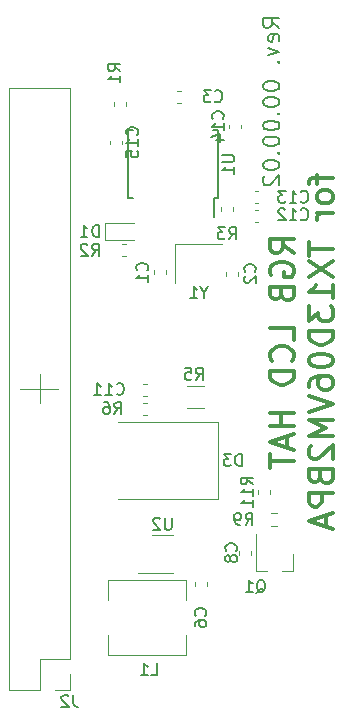
<source format=gbo>
G04 #@! TF.GenerationSoftware,KiCad,Pcbnew,(5.1.9)-1*
G04 #@! TF.CreationDate,2021-04-21T16:43:07+02:00*
G04 #@! TF.ProjectId,rgb_lcd_pihat,7267625f-6c63-4645-9f70-696861742e6b,rev?*
G04 #@! TF.SameCoordinates,Original*
G04 #@! TF.FileFunction,Legend,Bot*
G04 #@! TF.FilePolarity,Positive*
%FSLAX46Y46*%
G04 Gerber Fmt 4.6, Leading zero omitted, Abs format (unit mm)*
G04 Created by KiCad (PCBNEW (5.1.9)-1) date 2021-04-21 16:43:07*
%MOMM*%
%LPD*%
G01*
G04 APERTURE LIST*
%ADD10C,0.200000*%
%ADD11C,0.300000*%
%ADD12C,0.120000*%
%ADD13C,0.150000*%
G04 APERTURE END LIST*
D10*
X64033333Y-36966666D02*
X63366666Y-36500000D01*
X64033333Y-36166666D02*
X62633333Y-36166666D01*
X62633333Y-36700000D01*
X62700000Y-36833333D01*
X62766666Y-36900000D01*
X62900000Y-36966666D01*
X63100000Y-36966666D01*
X63233333Y-36900000D01*
X63300000Y-36833333D01*
X63366666Y-36700000D01*
X63366666Y-36166666D01*
X63966666Y-38100000D02*
X64033333Y-37966666D01*
X64033333Y-37700000D01*
X63966666Y-37566666D01*
X63833333Y-37500000D01*
X63300000Y-37500000D01*
X63166666Y-37566666D01*
X63100000Y-37700000D01*
X63100000Y-37966666D01*
X63166666Y-38100000D01*
X63300000Y-38166666D01*
X63433333Y-38166666D01*
X63566666Y-37500000D01*
X63100000Y-38633333D02*
X64033333Y-38966666D01*
X63100000Y-39300000D01*
X63900000Y-39833333D02*
X63966666Y-39900000D01*
X64033333Y-39833333D01*
X63966666Y-39766666D01*
X63900000Y-39833333D01*
X64033333Y-39833333D01*
X62633333Y-41833333D02*
X62633333Y-41966666D01*
X62700000Y-42099999D01*
X62766666Y-42166666D01*
X62900000Y-42233333D01*
X63166666Y-42299999D01*
X63500000Y-42299999D01*
X63766666Y-42233333D01*
X63900000Y-42166666D01*
X63966666Y-42099999D01*
X64033333Y-41966666D01*
X64033333Y-41833333D01*
X63966666Y-41699999D01*
X63900000Y-41633333D01*
X63766666Y-41566666D01*
X63500000Y-41499999D01*
X63166666Y-41499999D01*
X62900000Y-41566666D01*
X62766666Y-41633333D01*
X62700000Y-41699999D01*
X62633333Y-41833333D01*
X62633333Y-43166666D02*
X62633333Y-43299999D01*
X62700000Y-43433333D01*
X62766666Y-43499999D01*
X62900000Y-43566666D01*
X63166666Y-43633333D01*
X63500000Y-43633333D01*
X63766666Y-43566666D01*
X63900000Y-43499999D01*
X63966666Y-43433333D01*
X64033333Y-43299999D01*
X64033333Y-43166666D01*
X63966666Y-43033333D01*
X63900000Y-42966666D01*
X63766666Y-42899999D01*
X63500000Y-42833333D01*
X63166666Y-42833333D01*
X62900000Y-42899999D01*
X62766666Y-42966666D01*
X62700000Y-43033333D01*
X62633333Y-43166666D01*
X63900000Y-44233333D02*
X63966666Y-44299999D01*
X64033333Y-44233333D01*
X63966666Y-44166666D01*
X63900000Y-44233333D01*
X64033333Y-44233333D01*
X62633333Y-45166666D02*
X62633333Y-45299999D01*
X62700000Y-45433333D01*
X62766666Y-45499999D01*
X62900000Y-45566666D01*
X63166666Y-45633333D01*
X63500000Y-45633333D01*
X63766666Y-45566666D01*
X63900000Y-45499999D01*
X63966666Y-45433333D01*
X64033333Y-45299999D01*
X64033333Y-45166666D01*
X63966666Y-45033333D01*
X63900000Y-44966666D01*
X63766666Y-44899999D01*
X63500000Y-44833333D01*
X63166666Y-44833333D01*
X62900000Y-44899999D01*
X62766666Y-44966666D01*
X62700000Y-45033333D01*
X62633333Y-45166666D01*
X62633333Y-46499999D02*
X62633333Y-46633333D01*
X62700000Y-46766666D01*
X62766666Y-46833333D01*
X62900000Y-46899999D01*
X63166666Y-46966666D01*
X63500000Y-46966666D01*
X63766666Y-46899999D01*
X63900000Y-46833333D01*
X63966666Y-46766666D01*
X64033333Y-46633333D01*
X64033333Y-46499999D01*
X63966666Y-46366666D01*
X63900000Y-46299999D01*
X63766666Y-46233333D01*
X63500000Y-46166666D01*
X63166666Y-46166666D01*
X62900000Y-46233333D01*
X62766666Y-46299999D01*
X62700000Y-46366666D01*
X62633333Y-46499999D01*
X63900000Y-47566666D02*
X63966666Y-47633333D01*
X64033333Y-47566666D01*
X63966666Y-47499999D01*
X63900000Y-47566666D01*
X64033333Y-47566666D01*
X62633333Y-48499999D02*
X62633333Y-48633333D01*
X62700000Y-48766666D01*
X62766666Y-48833333D01*
X62900000Y-48899999D01*
X63166666Y-48966666D01*
X63500000Y-48966666D01*
X63766666Y-48899999D01*
X63900000Y-48833333D01*
X63966666Y-48766666D01*
X64033333Y-48633333D01*
X64033333Y-48499999D01*
X63966666Y-48366666D01*
X63900000Y-48299999D01*
X63766666Y-48233333D01*
X63500000Y-48166666D01*
X63166666Y-48166666D01*
X62900000Y-48233333D01*
X62766666Y-48299999D01*
X62700000Y-48366666D01*
X62633333Y-48499999D01*
X62766666Y-49499999D02*
X62700000Y-49566666D01*
X62633333Y-49699999D01*
X62633333Y-50033333D01*
X62700000Y-50166666D01*
X62766666Y-50233333D01*
X62900000Y-50299999D01*
X63033333Y-50299999D01*
X63233333Y-50233333D01*
X64033333Y-49433333D01*
X64033333Y-50299999D01*
D11*
X65254761Y-56019047D02*
X64302380Y-55352380D01*
X65254761Y-54876190D02*
X63254761Y-54876190D01*
X63254761Y-55638095D01*
X63350000Y-55828571D01*
X63445238Y-55923809D01*
X63635714Y-56019047D01*
X63921428Y-56019047D01*
X64111904Y-55923809D01*
X64207142Y-55828571D01*
X64302380Y-55638095D01*
X64302380Y-54876190D01*
X63350000Y-57923809D02*
X63254761Y-57733333D01*
X63254761Y-57447619D01*
X63350000Y-57161904D01*
X63540476Y-56971428D01*
X63730952Y-56876190D01*
X64111904Y-56780952D01*
X64397619Y-56780952D01*
X64778571Y-56876190D01*
X64969047Y-56971428D01*
X65159523Y-57161904D01*
X65254761Y-57447619D01*
X65254761Y-57638095D01*
X65159523Y-57923809D01*
X65064285Y-58019047D01*
X64397619Y-58019047D01*
X64397619Y-57638095D01*
X64207142Y-59542857D02*
X64302380Y-59828571D01*
X64397619Y-59923809D01*
X64588095Y-60019047D01*
X64873809Y-60019047D01*
X65064285Y-59923809D01*
X65159523Y-59828571D01*
X65254761Y-59638095D01*
X65254761Y-58876190D01*
X63254761Y-58876190D01*
X63254761Y-59542857D01*
X63350000Y-59733333D01*
X63445238Y-59828571D01*
X63635714Y-59923809D01*
X63826190Y-59923809D01*
X64016666Y-59828571D01*
X64111904Y-59733333D01*
X64207142Y-59542857D01*
X64207142Y-58876190D01*
X65254761Y-63352380D02*
X65254761Y-62400000D01*
X63254761Y-62400000D01*
X65064285Y-65161904D02*
X65159523Y-65066666D01*
X65254761Y-64780952D01*
X65254761Y-64590476D01*
X65159523Y-64304761D01*
X64969047Y-64114285D01*
X64778571Y-64019047D01*
X64397619Y-63923809D01*
X64111904Y-63923809D01*
X63730952Y-64019047D01*
X63540476Y-64114285D01*
X63350000Y-64304761D01*
X63254761Y-64590476D01*
X63254761Y-64780952D01*
X63350000Y-65066666D01*
X63445238Y-65161904D01*
X65254761Y-66019047D02*
X63254761Y-66019047D01*
X63254761Y-66495238D01*
X63350000Y-66780952D01*
X63540476Y-66971428D01*
X63730952Y-67066666D01*
X64111904Y-67161904D01*
X64397619Y-67161904D01*
X64778571Y-67066666D01*
X64969047Y-66971428D01*
X65159523Y-66780952D01*
X65254761Y-66495238D01*
X65254761Y-66019047D01*
X65254761Y-69542857D02*
X63254761Y-69542857D01*
X64207142Y-69542857D02*
X64207142Y-70685714D01*
X65254761Y-70685714D02*
X63254761Y-70685714D01*
X64683333Y-71542857D02*
X64683333Y-72495238D01*
X65254761Y-71352380D02*
X63254761Y-72019047D01*
X65254761Y-72685714D01*
X63254761Y-73066666D02*
X63254761Y-74209523D01*
X65254761Y-73638095D02*
X63254761Y-73638095D01*
X67221428Y-49400000D02*
X67221428Y-50161904D01*
X68554761Y-49685714D02*
X66840476Y-49685714D01*
X66650000Y-49780952D01*
X66554761Y-49971428D01*
X66554761Y-50161904D01*
X68554761Y-51114285D02*
X68459523Y-50923809D01*
X68364285Y-50828571D01*
X68173809Y-50733333D01*
X67602380Y-50733333D01*
X67411904Y-50828571D01*
X67316666Y-50923809D01*
X67221428Y-51114285D01*
X67221428Y-51400000D01*
X67316666Y-51590476D01*
X67411904Y-51685714D01*
X67602380Y-51780952D01*
X68173809Y-51780952D01*
X68364285Y-51685714D01*
X68459523Y-51590476D01*
X68554761Y-51400000D01*
X68554761Y-51114285D01*
X68554761Y-52638095D02*
X67221428Y-52638095D01*
X67602380Y-52638095D02*
X67411904Y-52733333D01*
X67316666Y-52828571D01*
X67221428Y-53019047D01*
X67221428Y-53209523D01*
X66554761Y-55114285D02*
X66554761Y-56257142D01*
X68554761Y-55685714D02*
X66554761Y-55685714D01*
X66554761Y-56733333D02*
X68554761Y-58066666D01*
X66554761Y-58066666D02*
X68554761Y-56733333D01*
X68554761Y-59876190D02*
X68554761Y-58733333D01*
X68554761Y-59304761D02*
X66554761Y-59304761D01*
X66840476Y-59114285D01*
X67030952Y-58923809D01*
X67126190Y-58733333D01*
X66554761Y-60542857D02*
X66554761Y-61780952D01*
X67316666Y-61114285D01*
X67316666Y-61400000D01*
X67411904Y-61590476D01*
X67507142Y-61685714D01*
X67697619Y-61780952D01*
X68173809Y-61780952D01*
X68364285Y-61685714D01*
X68459523Y-61590476D01*
X68554761Y-61400000D01*
X68554761Y-60828571D01*
X68459523Y-60638095D01*
X68364285Y-60542857D01*
X68554761Y-62638095D02*
X66554761Y-62638095D01*
X66554761Y-63114285D01*
X66650000Y-63400000D01*
X66840476Y-63590476D01*
X67030952Y-63685714D01*
X67411904Y-63780952D01*
X67697619Y-63780952D01*
X68078571Y-63685714D01*
X68269047Y-63590476D01*
X68459523Y-63400000D01*
X68554761Y-63114285D01*
X68554761Y-62638095D01*
X66554761Y-65019047D02*
X66554761Y-65209523D01*
X66650000Y-65399999D01*
X66745238Y-65495238D01*
X66935714Y-65590476D01*
X67316666Y-65685714D01*
X67792857Y-65685714D01*
X68173809Y-65590476D01*
X68364285Y-65495238D01*
X68459523Y-65399999D01*
X68554761Y-65209523D01*
X68554761Y-65019047D01*
X68459523Y-64828571D01*
X68364285Y-64733333D01*
X68173809Y-64638095D01*
X67792857Y-64542857D01*
X67316666Y-64542857D01*
X66935714Y-64638095D01*
X66745238Y-64733333D01*
X66650000Y-64828571D01*
X66554761Y-65019047D01*
X66554761Y-67400000D02*
X66554761Y-67019047D01*
X66650000Y-66828571D01*
X66745238Y-66733333D01*
X67030952Y-66542857D01*
X67411904Y-66447619D01*
X68173809Y-66447619D01*
X68364285Y-66542857D01*
X68459523Y-66638095D01*
X68554761Y-66828571D01*
X68554761Y-67209523D01*
X68459523Y-67400000D01*
X68364285Y-67495238D01*
X68173809Y-67590476D01*
X67697619Y-67590476D01*
X67507142Y-67495238D01*
X67411904Y-67400000D01*
X67316666Y-67209523D01*
X67316666Y-66828571D01*
X67411904Y-66638095D01*
X67507142Y-66542857D01*
X67697619Y-66447619D01*
X66554761Y-68161904D02*
X68554761Y-68828571D01*
X66554761Y-69495238D01*
X68554761Y-70161904D02*
X66554761Y-70161904D01*
X67983333Y-70828571D01*
X66554761Y-71495238D01*
X68554761Y-71495238D01*
X66745238Y-72352380D02*
X66650000Y-72447619D01*
X66554761Y-72638095D01*
X66554761Y-73114285D01*
X66650000Y-73304761D01*
X66745238Y-73400000D01*
X66935714Y-73495238D01*
X67126190Y-73495238D01*
X67411904Y-73400000D01*
X68554761Y-72257142D01*
X68554761Y-73495238D01*
X67507142Y-75019047D02*
X67602380Y-75304761D01*
X67697619Y-75400000D01*
X67888095Y-75495238D01*
X68173809Y-75495238D01*
X68364285Y-75400000D01*
X68459523Y-75304761D01*
X68554761Y-75114285D01*
X68554761Y-74352380D01*
X66554761Y-74352380D01*
X66554761Y-75019047D01*
X66650000Y-75209523D01*
X66745238Y-75304761D01*
X66935714Y-75400000D01*
X67126190Y-75400000D01*
X67316666Y-75304761D01*
X67411904Y-75209523D01*
X67507142Y-75019047D01*
X67507142Y-74352380D01*
X68554761Y-76352380D02*
X66554761Y-76352380D01*
X66554761Y-77114285D01*
X66650000Y-77304761D01*
X66745238Y-77400000D01*
X66935714Y-77495238D01*
X67221428Y-77495238D01*
X67411904Y-77400000D01*
X67507142Y-77304761D01*
X67602380Y-77114285D01*
X67602380Y-76352380D01*
X67983333Y-78257142D02*
X67983333Y-79209523D01*
X68554761Y-78066666D02*
X66554761Y-78733333D01*
X68554761Y-79400000D01*
D12*
X56222936Y-69110000D02*
X57677064Y-69110000D01*
X56222936Y-67290000D02*
X57677064Y-67290000D01*
X62240000Y-76078733D02*
X62240000Y-76421267D01*
X63260000Y-76078733D02*
X63260000Y-76421267D01*
X63345276Y-78077500D02*
X63854724Y-78077500D01*
X63345276Y-79122500D02*
X63854724Y-79122500D01*
X65180000Y-82960000D02*
X65180000Y-81500000D01*
X62020000Y-82960000D02*
X62020000Y-79800000D01*
X62020000Y-82960000D02*
X62950000Y-82960000D01*
X65180000Y-82960000D02*
X64250000Y-82960000D01*
X49990000Y-43546267D02*
X49990000Y-43203733D01*
X51010000Y-43546267D02*
X51010000Y-43203733D01*
X55200000Y-55300000D02*
X59200000Y-55300000D01*
X55200000Y-58600000D02*
X55200000Y-55300000D01*
X41130000Y-92990000D02*
X43730000Y-92990000D01*
X41130000Y-92990000D02*
X41130000Y-42070000D01*
X41130000Y-42070000D02*
X46330000Y-42070000D01*
X46330000Y-90390000D02*
X46330000Y-42070000D01*
X43730000Y-90390000D02*
X46330000Y-90390000D01*
X43730000Y-92990000D02*
X43730000Y-90390000D01*
X46330000Y-92990000D02*
X46330000Y-91660000D01*
X45000000Y-92990000D02*
X46330000Y-92990000D01*
X42100000Y-67510000D02*
X45300000Y-67510000D01*
X43750000Y-68760000D02*
X43750000Y-66260000D01*
X52846267Y-68110000D02*
X52503733Y-68110000D01*
X52846267Y-67090000D02*
X52503733Y-67090000D01*
X54410000Y-57503733D02*
X54410000Y-57846267D01*
X53390000Y-57503733D02*
X53390000Y-57846267D01*
X60510000Y-57603733D02*
X60510000Y-57946267D01*
X59490000Y-57603733D02*
X59490000Y-57946267D01*
X55353733Y-43310000D02*
X55696267Y-43310000D01*
X55353733Y-42290000D02*
X55696267Y-42290000D01*
X56890000Y-83853733D02*
X56890000Y-84196267D01*
X57910000Y-83853733D02*
X57910000Y-84196267D01*
X61610000Y-81253733D02*
X61610000Y-81596267D01*
X60590000Y-81253733D02*
X60590000Y-81596267D01*
X49265000Y-53465000D02*
X51725000Y-53465000D01*
X49265000Y-54935000D02*
X49265000Y-53465000D01*
X51725000Y-54935000D02*
X49265000Y-54935000D01*
X49550000Y-88400000D02*
X49550000Y-90100000D01*
X49550000Y-90100000D02*
X56150000Y-90100000D01*
X56150000Y-90100000D02*
X56150000Y-88400000D01*
X56150000Y-85400000D02*
X56150000Y-83700000D01*
X56150000Y-83700000D02*
X49550000Y-83700000D01*
X49550000Y-83700000D02*
X49550000Y-85400000D01*
X51046267Y-56310000D02*
X50703733Y-56310000D01*
X51046267Y-55290000D02*
X50703733Y-55290000D01*
X59090000Y-52496267D02*
X59090000Y-52153733D01*
X60110000Y-52496267D02*
X60110000Y-52153733D01*
X52846267Y-69710000D02*
X52503733Y-69710000D01*
X52846267Y-68690000D02*
X52503733Y-68690000D01*
D13*
X58825000Y-51375000D02*
X58475000Y-51375000D01*
X58825000Y-45625000D02*
X58375000Y-45625000D01*
X51175000Y-45625000D02*
X51625000Y-45625000D01*
X51175000Y-51375000D02*
X51625000Y-51375000D01*
X58825000Y-51375000D02*
X58825000Y-45625000D01*
X51175000Y-51375000D02*
X51175000Y-45625000D01*
X58475000Y-51375000D02*
X58475000Y-52975000D01*
D12*
X53250000Y-79940000D02*
X55050000Y-79940000D01*
X55050000Y-83160000D02*
X52100000Y-83160000D01*
X58800000Y-76850000D02*
X58800000Y-70350000D01*
X58800000Y-76850000D02*
X50400000Y-76850000D01*
X58800000Y-70350000D02*
X50400000Y-70350000D01*
X62246267Y-52390000D02*
X61953733Y-52390000D01*
X62246267Y-53410000D02*
X61953733Y-53410000D01*
X62246267Y-51810000D02*
X61953733Y-51810000D01*
X62246267Y-50790000D02*
X61953733Y-50790000D01*
X60810000Y-45153733D02*
X60810000Y-45446267D01*
X59790000Y-45153733D02*
X59790000Y-45446267D01*
X50710000Y-46808767D02*
X50710000Y-46516233D01*
X49690000Y-46808767D02*
X49690000Y-46516233D01*
D13*
X56966666Y-66752380D02*
X57300000Y-66276190D01*
X57538095Y-66752380D02*
X57538095Y-65752380D01*
X57157142Y-65752380D01*
X57061904Y-65800000D01*
X57014285Y-65847619D01*
X56966666Y-65942857D01*
X56966666Y-66085714D01*
X57014285Y-66180952D01*
X57061904Y-66228571D01*
X57157142Y-66276190D01*
X57538095Y-66276190D01*
X56061904Y-65752380D02*
X56538095Y-65752380D01*
X56585714Y-66228571D01*
X56538095Y-66180952D01*
X56442857Y-66133333D01*
X56204761Y-66133333D01*
X56109523Y-66180952D01*
X56061904Y-66228571D01*
X56014285Y-66323809D01*
X56014285Y-66561904D01*
X56061904Y-66657142D01*
X56109523Y-66704761D01*
X56204761Y-66752380D01*
X56442857Y-66752380D01*
X56538095Y-66704761D01*
X56585714Y-66657142D01*
X61772380Y-75607142D02*
X61296190Y-75273809D01*
X61772380Y-75035714D02*
X60772380Y-75035714D01*
X60772380Y-75416666D01*
X60820000Y-75511904D01*
X60867619Y-75559523D01*
X60962857Y-75607142D01*
X61105714Y-75607142D01*
X61200952Y-75559523D01*
X61248571Y-75511904D01*
X61296190Y-75416666D01*
X61296190Y-75035714D01*
X61772380Y-76559523D02*
X61772380Y-75988095D01*
X61772380Y-76273809D02*
X60772380Y-76273809D01*
X60915238Y-76178571D01*
X61010476Y-76083333D01*
X61058095Y-75988095D01*
X61772380Y-77511904D02*
X61772380Y-76940476D01*
X61772380Y-77226190D02*
X60772380Y-77226190D01*
X60915238Y-77130952D01*
X61010476Y-77035714D01*
X61058095Y-76940476D01*
X61166666Y-79052380D02*
X61500000Y-78576190D01*
X61738095Y-79052380D02*
X61738095Y-78052380D01*
X61357142Y-78052380D01*
X61261904Y-78100000D01*
X61214285Y-78147619D01*
X61166666Y-78242857D01*
X61166666Y-78385714D01*
X61214285Y-78480952D01*
X61261904Y-78528571D01*
X61357142Y-78576190D01*
X61738095Y-78576190D01*
X60690476Y-79052380D02*
X60500000Y-79052380D01*
X60404761Y-79004761D01*
X60357142Y-78957142D01*
X60261904Y-78814285D01*
X60214285Y-78623809D01*
X60214285Y-78242857D01*
X60261904Y-78147619D01*
X60309523Y-78100000D01*
X60404761Y-78052380D01*
X60595238Y-78052380D01*
X60690476Y-78100000D01*
X60738095Y-78147619D01*
X60785714Y-78242857D01*
X60785714Y-78480952D01*
X60738095Y-78576190D01*
X60690476Y-78623809D01*
X60595238Y-78671428D01*
X60404761Y-78671428D01*
X60309523Y-78623809D01*
X60261904Y-78576190D01*
X60214285Y-78480952D01*
X62095238Y-84797619D02*
X62190476Y-84750000D01*
X62285714Y-84654761D01*
X62428571Y-84511904D01*
X62523809Y-84464285D01*
X62619047Y-84464285D01*
X62571428Y-84702380D02*
X62666666Y-84654761D01*
X62761904Y-84559523D01*
X62809523Y-84369047D01*
X62809523Y-84035714D01*
X62761904Y-83845238D01*
X62666666Y-83750000D01*
X62571428Y-83702380D01*
X62380952Y-83702380D01*
X62285714Y-83750000D01*
X62190476Y-83845238D01*
X62142857Y-84035714D01*
X62142857Y-84369047D01*
X62190476Y-84559523D01*
X62285714Y-84654761D01*
X62380952Y-84702380D01*
X62571428Y-84702380D01*
X61190476Y-84702380D02*
X61761904Y-84702380D01*
X61476190Y-84702380D02*
X61476190Y-83702380D01*
X61571428Y-83845238D01*
X61666666Y-83940476D01*
X61761904Y-83988095D01*
X50552380Y-40633333D02*
X50076190Y-40300000D01*
X50552380Y-40061904D02*
X49552380Y-40061904D01*
X49552380Y-40442857D01*
X49600000Y-40538095D01*
X49647619Y-40585714D01*
X49742857Y-40633333D01*
X49885714Y-40633333D01*
X49980952Y-40585714D01*
X50028571Y-40538095D01*
X50076190Y-40442857D01*
X50076190Y-40061904D01*
X50552380Y-41585714D02*
X50552380Y-41014285D01*
X50552380Y-41300000D02*
X49552380Y-41300000D01*
X49695238Y-41204761D01*
X49790476Y-41109523D01*
X49838095Y-41014285D01*
X57676190Y-59376190D02*
X57676190Y-59852380D01*
X58009523Y-58852380D02*
X57676190Y-59376190D01*
X57342857Y-58852380D01*
X56485714Y-59852380D02*
X57057142Y-59852380D01*
X56771428Y-59852380D02*
X56771428Y-58852380D01*
X56866666Y-58995238D01*
X56961904Y-59090476D01*
X57057142Y-59138095D01*
X46583333Y-93452380D02*
X46583333Y-94166666D01*
X46630952Y-94309523D01*
X46726190Y-94404761D01*
X46869047Y-94452380D01*
X46964285Y-94452380D01*
X46154761Y-93547619D02*
X46107142Y-93500000D01*
X46011904Y-93452380D01*
X45773809Y-93452380D01*
X45678571Y-93500000D01*
X45630952Y-93547619D01*
X45583333Y-93642857D01*
X45583333Y-93738095D01*
X45630952Y-93880952D01*
X46202380Y-94452380D01*
X45583333Y-94452380D01*
X50242857Y-67957142D02*
X50290476Y-68004761D01*
X50433333Y-68052380D01*
X50528571Y-68052380D01*
X50671428Y-68004761D01*
X50766666Y-67909523D01*
X50814285Y-67814285D01*
X50861904Y-67623809D01*
X50861904Y-67480952D01*
X50814285Y-67290476D01*
X50766666Y-67195238D01*
X50671428Y-67100000D01*
X50528571Y-67052380D01*
X50433333Y-67052380D01*
X50290476Y-67100000D01*
X50242857Y-67147619D01*
X49290476Y-68052380D02*
X49861904Y-68052380D01*
X49576190Y-68052380D02*
X49576190Y-67052380D01*
X49671428Y-67195238D01*
X49766666Y-67290476D01*
X49861904Y-67338095D01*
X48338095Y-68052380D02*
X48909523Y-68052380D01*
X48623809Y-68052380D02*
X48623809Y-67052380D01*
X48719047Y-67195238D01*
X48814285Y-67290476D01*
X48909523Y-67338095D01*
X52827142Y-57508333D02*
X52874761Y-57460714D01*
X52922380Y-57317857D01*
X52922380Y-57222619D01*
X52874761Y-57079761D01*
X52779523Y-56984523D01*
X52684285Y-56936904D01*
X52493809Y-56889285D01*
X52350952Y-56889285D01*
X52160476Y-56936904D01*
X52065238Y-56984523D01*
X51970000Y-57079761D01*
X51922380Y-57222619D01*
X51922380Y-57317857D01*
X51970000Y-57460714D01*
X52017619Y-57508333D01*
X52922380Y-58460714D02*
X52922380Y-57889285D01*
X52922380Y-58175000D02*
X51922380Y-58175000D01*
X52065238Y-58079761D01*
X52160476Y-57984523D01*
X52208095Y-57889285D01*
X61957142Y-57608333D02*
X62004761Y-57560714D01*
X62052380Y-57417857D01*
X62052380Y-57322619D01*
X62004761Y-57179761D01*
X61909523Y-57084523D01*
X61814285Y-57036904D01*
X61623809Y-56989285D01*
X61480952Y-56989285D01*
X61290476Y-57036904D01*
X61195238Y-57084523D01*
X61100000Y-57179761D01*
X61052380Y-57322619D01*
X61052380Y-57417857D01*
X61100000Y-57560714D01*
X61147619Y-57608333D01*
X61147619Y-57989285D02*
X61100000Y-58036904D01*
X61052380Y-58132142D01*
X61052380Y-58370238D01*
X61100000Y-58465476D01*
X61147619Y-58513095D01*
X61242857Y-58560714D01*
X61338095Y-58560714D01*
X61480952Y-58513095D01*
X62052380Y-57941666D01*
X62052380Y-58560714D01*
X58566666Y-43157142D02*
X58614285Y-43204761D01*
X58757142Y-43252380D01*
X58852380Y-43252380D01*
X58995238Y-43204761D01*
X59090476Y-43109523D01*
X59138095Y-43014285D01*
X59185714Y-42823809D01*
X59185714Y-42680952D01*
X59138095Y-42490476D01*
X59090476Y-42395238D01*
X58995238Y-42300000D01*
X58852380Y-42252380D01*
X58757142Y-42252380D01*
X58614285Y-42300000D01*
X58566666Y-42347619D01*
X58233333Y-42252380D02*
X57614285Y-42252380D01*
X57947619Y-42633333D01*
X57804761Y-42633333D01*
X57709523Y-42680952D01*
X57661904Y-42728571D01*
X57614285Y-42823809D01*
X57614285Y-43061904D01*
X57661904Y-43157142D01*
X57709523Y-43204761D01*
X57804761Y-43252380D01*
X58090476Y-43252380D01*
X58185714Y-43204761D01*
X58233333Y-43157142D01*
X57757142Y-86733333D02*
X57804761Y-86685714D01*
X57852380Y-86542857D01*
X57852380Y-86447619D01*
X57804761Y-86304761D01*
X57709523Y-86209523D01*
X57614285Y-86161904D01*
X57423809Y-86114285D01*
X57280952Y-86114285D01*
X57090476Y-86161904D01*
X56995238Y-86209523D01*
X56900000Y-86304761D01*
X56852380Y-86447619D01*
X56852380Y-86542857D01*
X56900000Y-86685714D01*
X56947619Y-86733333D01*
X56852380Y-87590476D02*
X56852380Y-87400000D01*
X56900000Y-87304761D01*
X56947619Y-87257142D01*
X57090476Y-87161904D01*
X57280952Y-87114285D01*
X57661904Y-87114285D01*
X57757142Y-87161904D01*
X57804761Y-87209523D01*
X57852380Y-87304761D01*
X57852380Y-87495238D01*
X57804761Y-87590476D01*
X57757142Y-87638095D01*
X57661904Y-87685714D01*
X57423809Y-87685714D01*
X57328571Y-87638095D01*
X57280952Y-87590476D01*
X57233333Y-87495238D01*
X57233333Y-87304761D01*
X57280952Y-87209523D01*
X57328571Y-87161904D01*
X57423809Y-87114285D01*
X60357142Y-81233333D02*
X60404761Y-81185714D01*
X60452380Y-81042857D01*
X60452380Y-80947619D01*
X60404761Y-80804761D01*
X60309523Y-80709523D01*
X60214285Y-80661904D01*
X60023809Y-80614285D01*
X59880952Y-80614285D01*
X59690476Y-80661904D01*
X59595238Y-80709523D01*
X59500000Y-80804761D01*
X59452380Y-80947619D01*
X59452380Y-81042857D01*
X59500000Y-81185714D01*
X59547619Y-81233333D01*
X59880952Y-81804761D02*
X59833333Y-81709523D01*
X59785714Y-81661904D01*
X59690476Y-81614285D01*
X59642857Y-81614285D01*
X59547619Y-81661904D01*
X59500000Y-81709523D01*
X59452380Y-81804761D01*
X59452380Y-81995238D01*
X59500000Y-82090476D01*
X59547619Y-82138095D01*
X59642857Y-82185714D01*
X59690476Y-82185714D01*
X59785714Y-82138095D01*
X59833333Y-82090476D01*
X59880952Y-81995238D01*
X59880952Y-81804761D01*
X59928571Y-81709523D01*
X59976190Y-81661904D01*
X60071428Y-81614285D01*
X60261904Y-81614285D01*
X60357142Y-81661904D01*
X60404761Y-81709523D01*
X60452380Y-81804761D01*
X60452380Y-81995238D01*
X60404761Y-82090476D01*
X60357142Y-82138095D01*
X60261904Y-82185714D01*
X60071428Y-82185714D01*
X59976190Y-82138095D01*
X59928571Y-82090476D01*
X59880952Y-81995238D01*
X48738095Y-54652380D02*
X48738095Y-53652380D01*
X48500000Y-53652380D01*
X48357142Y-53700000D01*
X48261904Y-53795238D01*
X48214285Y-53890476D01*
X48166666Y-54080952D01*
X48166666Y-54223809D01*
X48214285Y-54414285D01*
X48261904Y-54509523D01*
X48357142Y-54604761D01*
X48500000Y-54652380D01*
X48738095Y-54652380D01*
X47214285Y-54652380D02*
X47785714Y-54652380D01*
X47500000Y-54652380D02*
X47500000Y-53652380D01*
X47595238Y-53795238D01*
X47690476Y-53890476D01*
X47785714Y-53938095D01*
X53166666Y-91752380D02*
X53642857Y-91752380D01*
X53642857Y-90752380D01*
X52309523Y-91752380D02*
X52880952Y-91752380D01*
X52595238Y-91752380D02*
X52595238Y-90752380D01*
X52690476Y-90895238D01*
X52785714Y-90990476D01*
X52880952Y-91038095D01*
X48166666Y-56252380D02*
X48500000Y-55776190D01*
X48738095Y-56252380D02*
X48738095Y-55252380D01*
X48357142Y-55252380D01*
X48261904Y-55300000D01*
X48214285Y-55347619D01*
X48166666Y-55442857D01*
X48166666Y-55585714D01*
X48214285Y-55680952D01*
X48261904Y-55728571D01*
X48357142Y-55776190D01*
X48738095Y-55776190D01*
X47785714Y-55347619D02*
X47738095Y-55300000D01*
X47642857Y-55252380D01*
X47404761Y-55252380D01*
X47309523Y-55300000D01*
X47261904Y-55347619D01*
X47214285Y-55442857D01*
X47214285Y-55538095D01*
X47261904Y-55680952D01*
X47833333Y-56252380D01*
X47214285Y-56252380D01*
X59766666Y-54852380D02*
X60100000Y-54376190D01*
X60338095Y-54852380D02*
X60338095Y-53852380D01*
X59957142Y-53852380D01*
X59861904Y-53900000D01*
X59814285Y-53947619D01*
X59766666Y-54042857D01*
X59766666Y-54185714D01*
X59814285Y-54280952D01*
X59861904Y-54328571D01*
X59957142Y-54376190D01*
X60338095Y-54376190D01*
X59433333Y-53852380D02*
X58814285Y-53852380D01*
X59147619Y-54233333D01*
X59004761Y-54233333D01*
X58909523Y-54280952D01*
X58861904Y-54328571D01*
X58814285Y-54423809D01*
X58814285Y-54661904D01*
X58861904Y-54757142D01*
X58909523Y-54804761D01*
X59004761Y-54852380D01*
X59290476Y-54852380D01*
X59385714Y-54804761D01*
X59433333Y-54757142D01*
X50066666Y-69652380D02*
X50400000Y-69176190D01*
X50638095Y-69652380D02*
X50638095Y-68652380D01*
X50257142Y-68652380D01*
X50161904Y-68700000D01*
X50114285Y-68747619D01*
X50066666Y-68842857D01*
X50066666Y-68985714D01*
X50114285Y-69080952D01*
X50161904Y-69128571D01*
X50257142Y-69176190D01*
X50638095Y-69176190D01*
X49209523Y-68652380D02*
X49400000Y-68652380D01*
X49495238Y-68700000D01*
X49542857Y-68747619D01*
X49638095Y-68890476D01*
X49685714Y-69080952D01*
X49685714Y-69461904D01*
X49638095Y-69557142D01*
X49590476Y-69604761D01*
X49495238Y-69652380D01*
X49304761Y-69652380D01*
X49209523Y-69604761D01*
X49161904Y-69557142D01*
X49114285Y-69461904D01*
X49114285Y-69223809D01*
X49161904Y-69128571D01*
X49209523Y-69080952D01*
X49304761Y-69033333D01*
X49495238Y-69033333D01*
X49590476Y-69080952D01*
X49638095Y-69128571D01*
X49685714Y-69223809D01*
X59202380Y-47738095D02*
X60011904Y-47738095D01*
X60107142Y-47785714D01*
X60154761Y-47833333D01*
X60202380Y-47928571D01*
X60202380Y-48119047D01*
X60154761Y-48214285D01*
X60107142Y-48261904D01*
X60011904Y-48309523D01*
X59202380Y-48309523D01*
X60202380Y-49309523D02*
X60202380Y-48738095D01*
X60202380Y-49023809D02*
X59202380Y-49023809D01*
X59345238Y-48928571D01*
X59440476Y-48833333D01*
X59488095Y-48738095D01*
X54911904Y-78452380D02*
X54911904Y-79261904D01*
X54864285Y-79357142D01*
X54816666Y-79404761D01*
X54721428Y-79452380D01*
X54530952Y-79452380D01*
X54435714Y-79404761D01*
X54388095Y-79357142D01*
X54340476Y-79261904D01*
X54340476Y-78452380D01*
X53911904Y-78547619D02*
X53864285Y-78500000D01*
X53769047Y-78452380D01*
X53530952Y-78452380D01*
X53435714Y-78500000D01*
X53388095Y-78547619D01*
X53340476Y-78642857D01*
X53340476Y-78738095D01*
X53388095Y-78880952D01*
X53959523Y-79452380D01*
X53340476Y-79452380D01*
X60838095Y-74052380D02*
X60838095Y-73052380D01*
X60600000Y-73052380D01*
X60457142Y-73100000D01*
X60361904Y-73195238D01*
X60314285Y-73290476D01*
X60266666Y-73480952D01*
X60266666Y-73623809D01*
X60314285Y-73814285D01*
X60361904Y-73909523D01*
X60457142Y-74004761D01*
X60600000Y-74052380D01*
X60838095Y-74052380D01*
X59933333Y-73052380D02*
X59314285Y-73052380D01*
X59647619Y-73433333D01*
X59504761Y-73433333D01*
X59409523Y-73480952D01*
X59361904Y-73528571D01*
X59314285Y-73623809D01*
X59314285Y-73861904D01*
X59361904Y-73957142D01*
X59409523Y-74004761D01*
X59504761Y-74052380D01*
X59790476Y-74052380D01*
X59885714Y-74004761D01*
X59933333Y-73957142D01*
X65842857Y-53157142D02*
X65890476Y-53204761D01*
X66033333Y-53252380D01*
X66128571Y-53252380D01*
X66271428Y-53204761D01*
X66366666Y-53109523D01*
X66414285Y-53014285D01*
X66461904Y-52823809D01*
X66461904Y-52680952D01*
X66414285Y-52490476D01*
X66366666Y-52395238D01*
X66271428Y-52300000D01*
X66128571Y-52252380D01*
X66033333Y-52252380D01*
X65890476Y-52300000D01*
X65842857Y-52347619D01*
X64890476Y-53252380D02*
X65461904Y-53252380D01*
X65176190Y-53252380D02*
X65176190Y-52252380D01*
X65271428Y-52395238D01*
X65366666Y-52490476D01*
X65461904Y-52538095D01*
X64509523Y-52347619D02*
X64461904Y-52300000D01*
X64366666Y-52252380D01*
X64128571Y-52252380D01*
X64033333Y-52300000D01*
X63985714Y-52347619D01*
X63938095Y-52442857D01*
X63938095Y-52538095D01*
X63985714Y-52680952D01*
X64557142Y-53252380D01*
X63938095Y-53252380D01*
X65842857Y-51657142D02*
X65890476Y-51704761D01*
X66033333Y-51752380D01*
X66128571Y-51752380D01*
X66271428Y-51704761D01*
X66366666Y-51609523D01*
X66414285Y-51514285D01*
X66461904Y-51323809D01*
X66461904Y-51180952D01*
X66414285Y-50990476D01*
X66366666Y-50895238D01*
X66271428Y-50800000D01*
X66128571Y-50752380D01*
X66033333Y-50752380D01*
X65890476Y-50800000D01*
X65842857Y-50847619D01*
X64890476Y-51752380D02*
X65461904Y-51752380D01*
X65176190Y-51752380D02*
X65176190Y-50752380D01*
X65271428Y-50895238D01*
X65366666Y-50990476D01*
X65461904Y-51038095D01*
X64557142Y-50752380D02*
X63938095Y-50752380D01*
X64271428Y-51133333D01*
X64128571Y-51133333D01*
X64033333Y-51180952D01*
X63985714Y-51228571D01*
X63938095Y-51323809D01*
X63938095Y-51561904D01*
X63985714Y-51657142D01*
X64033333Y-51704761D01*
X64128571Y-51752380D01*
X64414285Y-51752380D01*
X64509523Y-51704761D01*
X64557142Y-51657142D01*
X59227142Y-44657142D02*
X59274761Y-44609523D01*
X59322380Y-44466666D01*
X59322380Y-44371428D01*
X59274761Y-44228571D01*
X59179523Y-44133333D01*
X59084285Y-44085714D01*
X58893809Y-44038095D01*
X58750952Y-44038095D01*
X58560476Y-44085714D01*
X58465238Y-44133333D01*
X58370000Y-44228571D01*
X58322380Y-44371428D01*
X58322380Y-44466666D01*
X58370000Y-44609523D01*
X58417619Y-44657142D01*
X59322380Y-45609523D02*
X59322380Y-45038095D01*
X59322380Y-45323809D02*
X58322380Y-45323809D01*
X58465238Y-45228571D01*
X58560476Y-45133333D01*
X58608095Y-45038095D01*
X58655714Y-46466666D02*
X59322380Y-46466666D01*
X58274761Y-46228571D02*
X58989047Y-45990476D01*
X58989047Y-46609523D01*
X51987142Y-46019642D02*
X52034761Y-45972023D01*
X52082380Y-45829166D01*
X52082380Y-45733928D01*
X52034761Y-45591071D01*
X51939523Y-45495833D01*
X51844285Y-45448214D01*
X51653809Y-45400595D01*
X51510952Y-45400595D01*
X51320476Y-45448214D01*
X51225238Y-45495833D01*
X51130000Y-45591071D01*
X51082380Y-45733928D01*
X51082380Y-45829166D01*
X51130000Y-45972023D01*
X51177619Y-46019642D01*
X52082380Y-46972023D02*
X52082380Y-46400595D01*
X52082380Y-46686309D02*
X51082380Y-46686309D01*
X51225238Y-46591071D01*
X51320476Y-46495833D01*
X51368095Y-46400595D01*
X51082380Y-47876785D02*
X51082380Y-47400595D01*
X51558571Y-47352976D01*
X51510952Y-47400595D01*
X51463333Y-47495833D01*
X51463333Y-47733928D01*
X51510952Y-47829166D01*
X51558571Y-47876785D01*
X51653809Y-47924404D01*
X51891904Y-47924404D01*
X51987142Y-47876785D01*
X52034761Y-47829166D01*
X52082380Y-47733928D01*
X52082380Y-47495833D01*
X52034761Y-47400595D01*
X51987142Y-47352976D01*
M02*

</source>
